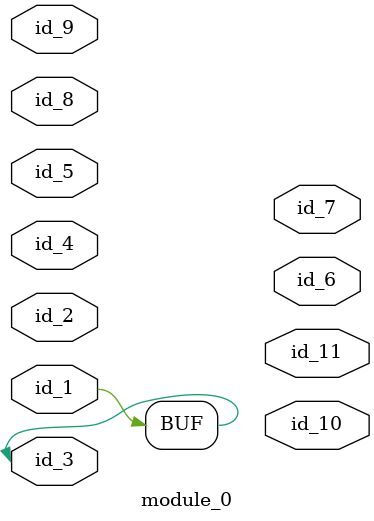
<source format=v>
module module_0 (
    id_1,
    id_2,
    id_3,
    id_4,
    id_5,
    id_6,
    id_7,
    id_8,
    id_9,
    id_10,
    id_11
);
  output id_11;
  output id_10;
  input id_9;
  input id_8;
  output id_7;
  output id_6;
  input id_5;
  input id_4;
  inout id_3;
  inout id_2;
  inout id_1;
  assign id_3 = id_1;
endmodule

</source>
